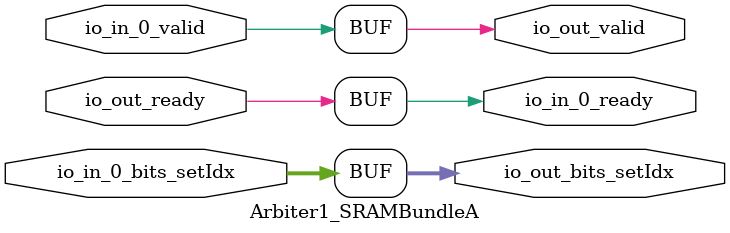
<source format=sv>
`ifndef RANDOMIZE
  `ifdef RANDOMIZE_MEM_INIT
    `define RANDOMIZE
  `endif // RANDOMIZE_MEM_INIT
`endif // not def RANDOMIZE
`ifndef RANDOMIZE
  `ifdef RANDOMIZE_REG_INIT
    `define RANDOMIZE
  `endif // RANDOMIZE_REG_INIT
`endif // not def RANDOMIZE

`ifndef RANDOM
  `define RANDOM $random
`endif // not def RANDOM

// Users can define INIT_RANDOM as general code that gets injected into the
// initializer block for modules with registers.
`ifndef INIT_RANDOM
  `define INIT_RANDOM
`endif // not def INIT_RANDOM

// If using random initialization, you can also define RANDOMIZE_DELAY to
// customize the delay used, otherwise 0.002 is used.
`ifndef RANDOMIZE_DELAY
  `define RANDOMIZE_DELAY 0.002
`endif // not def RANDOMIZE_DELAY

// Define INIT_RANDOM_PROLOG_ for use in our modules below.
`ifndef INIT_RANDOM_PROLOG_
  `ifdef RANDOMIZE
    `ifdef VERILATOR
      `define INIT_RANDOM_PROLOG_ `INIT_RANDOM
    `else  // VERILATOR
      `define INIT_RANDOM_PROLOG_ `INIT_RANDOM #`RANDOMIZE_DELAY begin end
    `endif // VERILATOR
  `else  // RANDOMIZE
    `define INIT_RANDOM_PROLOG_
  `endif // RANDOMIZE
`endif // not def INIT_RANDOM_PROLOG_

// Include register initializers in init blocks unless synthesis is set
`ifndef SYNTHESIS
  `ifndef ENABLE_INITIAL_REG_
    `define ENABLE_INITIAL_REG_
  `endif // not def ENABLE_INITIAL_REG_
`endif // not def SYNTHESIS

// Include rmemory initializers in init blocks unless synthesis is set
`ifndef SYNTHESIS
  `ifndef ENABLE_INITIAL_MEM_
    `define ENABLE_INITIAL_MEM_
  `endif // not def ENABLE_INITIAL_MEM_
`endif // not def SYNTHESIS

// Standard header to adapt well known macros for prints and assertions.

// Users can define 'PRINTF_COND' to add an extra gate to prints.
`ifndef PRINTF_COND_
  `ifdef PRINTF_COND
    `define PRINTF_COND_ (`PRINTF_COND)
  `else  // PRINTF_COND
    `define PRINTF_COND_ 1
  `endif // PRINTF_COND
`endif // not def PRINTF_COND_

// Users can define 'ASSERT_VERBOSE_COND' to add an extra gate to assert error printing.
`ifndef ASSERT_VERBOSE_COND_
  `ifdef ASSERT_VERBOSE_COND
    `define ASSERT_VERBOSE_COND_ (`ASSERT_VERBOSE_COND)
  `else  // ASSERT_VERBOSE_COND
    `define ASSERT_VERBOSE_COND_ 1
  `endif // ASSERT_VERBOSE_COND
`endif // not def ASSERT_VERBOSE_COND_

// Users can define 'STOP_COND' to add an extra gate to stop conditions.
`ifndef STOP_COND_
  `ifdef STOP_COND
    `define STOP_COND_ (`STOP_COND)
  `else  // STOP_COND
    `define STOP_COND_ 1
  `endif // STOP_COND
`endif // not def STOP_COND_

module Arbiter1_SRAMBundleA(	// src/main/scala/chisel3/util/Arbiter.scala:133:7
  output       io_in_0_ready,	// src/main/scala/chisel3/util/Arbiter.scala:140:14
  input        io_in_0_valid,	// src/main/scala/chisel3/util/Arbiter.scala:140:14
  input  [6:0] io_in_0_bits_setIdx,	// src/main/scala/chisel3/util/Arbiter.scala:140:14
  input        io_out_ready,	// src/main/scala/chisel3/util/Arbiter.scala:140:14
  output       io_out_valid,	// src/main/scala/chisel3/util/Arbiter.scala:140:14
  output [6:0] io_out_bits_setIdx	// src/main/scala/chisel3/util/Arbiter.scala:140:14
);

  assign io_in_0_ready = io_out_ready;	// src/main/scala/chisel3/util/Arbiter.scala:133:7
  assign io_out_valid = io_in_0_valid;	// src/main/scala/chisel3/util/Arbiter.scala:133:7
  assign io_out_bits_setIdx = io_in_0_bits_setIdx;	// src/main/scala/chisel3/util/Arbiter.scala:133:7
endmodule


</source>
